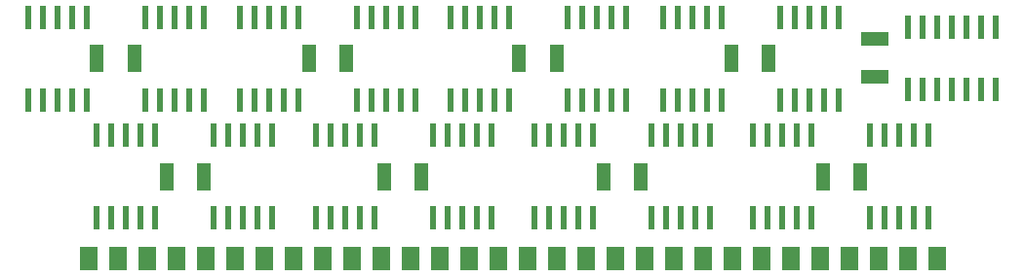
<source format=gbr>
%FSLAX34Y34*%
%MOMM*%
%LNSMDMASK_TOP*%
G71*
G01*
%ADD10R,0.600X2.000*%
%ADD11R,1.600X2.000*%
%ADD12R,1.200X2.400*%
%ADD13R,2.400X1.200*%
%LPD*%
X793353Y906072D02*
G54D10*
D03*
X806053Y906072D02*
G54D10*
D03*
X818753Y906072D02*
G54D10*
D03*
X831453Y906072D02*
G54D10*
D03*
X844153Y906072D02*
G54D10*
D03*
X856853Y906072D02*
G54D10*
D03*
X869553Y906072D02*
G54D10*
D03*
X869553Y960834D02*
G54D10*
D03*
X856853Y960834D02*
G54D10*
D03*
X844153Y960834D02*
G54D10*
D03*
X831453Y960834D02*
G54D10*
D03*
X818753Y960834D02*
G54D10*
D03*
X806053Y960834D02*
G54D10*
D03*
X793353Y960834D02*
G54D10*
D03*
X658416Y794775D02*
G54D10*
D03*
X671116Y794775D02*
G54D10*
D03*
X683816Y794775D02*
G54D10*
D03*
X696516Y794775D02*
G54D10*
D03*
X709216Y794775D02*
G54D10*
D03*
X760016Y794775D02*
G54D10*
D03*
X772716Y794775D02*
G54D10*
D03*
X785416Y794775D02*
G54D10*
D03*
X798116Y794775D02*
G54D10*
D03*
X810816Y794775D02*
G54D10*
D03*
X810816Y866775D02*
G54D10*
D03*
X798116Y866775D02*
G54D10*
D03*
X785416Y866775D02*
G54D10*
D03*
X772716Y866775D02*
G54D10*
D03*
X760016Y866775D02*
G54D10*
D03*
X709216Y866775D02*
G54D10*
D03*
X696516Y866775D02*
G54D10*
D03*
X683816Y866775D02*
G54D10*
D03*
X671116Y866775D02*
G54D10*
D03*
X658416Y866775D02*
G54D10*
D03*
X468709Y794775D02*
G54D10*
D03*
X481409Y794775D02*
G54D10*
D03*
X494109Y794775D02*
G54D10*
D03*
X506809Y794775D02*
G54D10*
D03*
X519509Y794775D02*
G54D10*
D03*
X570309Y794775D02*
G54D10*
D03*
X583009Y794775D02*
G54D10*
D03*
X595709Y794775D02*
G54D10*
D03*
X608409Y794775D02*
G54D10*
D03*
X621109Y794775D02*
G54D10*
D03*
X621109Y866775D02*
G54D10*
D03*
X608409Y866775D02*
G54D10*
D03*
X595709Y866775D02*
G54D10*
D03*
X583009Y866775D02*
G54D10*
D03*
X570309Y866775D02*
G54D10*
D03*
X519509Y866775D02*
G54D10*
D03*
X506809Y866775D02*
G54D10*
D03*
X494109Y866775D02*
G54D10*
D03*
X481409Y866775D02*
G54D10*
D03*
X468709Y866775D02*
G54D10*
D03*
X279003Y794775D02*
G54D10*
D03*
X291703Y794775D02*
G54D10*
D03*
X304403Y794775D02*
G54D10*
D03*
X317103Y794775D02*
G54D10*
D03*
X329803Y794775D02*
G54D10*
D03*
X380603Y794775D02*
G54D10*
D03*
X393303Y794775D02*
G54D10*
D03*
X406003Y794775D02*
G54D10*
D03*
X418703Y794775D02*
G54D10*
D03*
X431403Y794775D02*
G54D10*
D03*
X431403Y866775D02*
G54D10*
D03*
X418703Y866775D02*
G54D10*
D03*
X406003Y866775D02*
G54D10*
D03*
X393303Y866775D02*
G54D10*
D03*
X380603Y866775D02*
G54D10*
D03*
X329803Y866775D02*
G54D10*
D03*
X317103Y866775D02*
G54D10*
D03*
X304403Y866775D02*
G54D10*
D03*
X291703Y866775D02*
G54D10*
D03*
X279003Y866775D02*
G54D10*
D03*
X88503Y794775D02*
G54D10*
D03*
X101203Y794775D02*
G54D10*
D03*
X113903Y794775D02*
G54D10*
D03*
X126603Y794775D02*
G54D10*
D03*
X139303Y794775D02*
G54D10*
D03*
X190103Y794775D02*
G54D10*
D03*
X202803Y794775D02*
G54D10*
D03*
X215503Y794775D02*
G54D10*
D03*
X228203Y794775D02*
G54D10*
D03*
X240903Y794775D02*
G54D10*
D03*
X240903Y866775D02*
G54D10*
D03*
X228203Y866775D02*
G54D10*
D03*
X215503Y866775D02*
G54D10*
D03*
X202803Y866775D02*
G54D10*
D03*
X190103Y866775D02*
G54D10*
D03*
X139303Y866775D02*
G54D10*
D03*
X126603Y866775D02*
G54D10*
D03*
X113903Y866775D02*
G54D10*
D03*
X101203Y866775D02*
G54D10*
D03*
X88503Y866775D02*
G54D10*
D03*
X28972Y896772D02*
G54D10*
D03*
X41672Y896772D02*
G54D10*
D03*
X54372Y896772D02*
G54D10*
D03*
X67072Y896772D02*
G54D10*
D03*
X79772Y896772D02*
G54D10*
D03*
X130572Y896772D02*
G54D10*
D03*
X143272Y896772D02*
G54D10*
D03*
X155972Y896772D02*
G54D10*
D03*
X168672Y896772D02*
G54D10*
D03*
X181372Y896772D02*
G54D10*
D03*
X181372Y968772D02*
G54D10*
D03*
X168672Y968772D02*
G54D10*
D03*
X155972Y968772D02*
G54D10*
D03*
X143272Y968772D02*
G54D10*
D03*
X130572Y968772D02*
G54D10*
D03*
X79772Y968772D02*
G54D10*
D03*
X67072Y968772D02*
G54D10*
D03*
X54372Y968772D02*
G54D10*
D03*
X41672Y968772D02*
G54D10*
D03*
X28972Y968772D02*
G54D10*
D03*
X213122Y896772D02*
G54D10*
D03*
X225822Y896772D02*
G54D10*
D03*
X238522Y896772D02*
G54D10*
D03*
X251222Y896772D02*
G54D10*
D03*
X263922Y896772D02*
G54D10*
D03*
X314722Y896772D02*
G54D10*
D03*
X327422Y896772D02*
G54D10*
D03*
X340122Y896772D02*
G54D10*
D03*
X352822Y896772D02*
G54D10*
D03*
X365522Y896772D02*
G54D10*
D03*
X365522Y968772D02*
G54D10*
D03*
X352822Y968772D02*
G54D10*
D03*
X340122Y968772D02*
G54D10*
D03*
X327422Y968772D02*
G54D10*
D03*
X314722Y968772D02*
G54D10*
D03*
X263922Y968772D02*
G54D10*
D03*
X251222Y968772D02*
G54D10*
D03*
X238522Y968772D02*
G54D10*
D03*
X225822Y968772D02*
G54D10*
D03*
X213122Y968772D02*
G54D10*
D03*
X396081Y897169D02*
G54D10*
D03*
X408781Y897169D02*
G54D10*
D03*
X421481Y897169D02*
G54D10*
D03*
X434181Y897169D02*
G54D10*
D03*
X446881Y897169D02*
G54D10*
D03*
X497681Y897169D02*
G54D10*
D03*
X510381Y897169D02*
G54D10*
D03*
X523081Y897169D02*
G54D10*
D03*
X535781Y897169D02*
G54D10*
D03*
X548481Y897169D02*
G54D10*
D03*
X548481Y969169D02*
G54D10*
D03*
X535781Y969169D02*
G54D10*
D03*
X523081Y969169D02*
G54D10*
D03*
X510381Y969169D02*
G54D10*
D03*
X497681Y969169D02*
G54D10*
D03*
X446881Y969169D02*
G54D10*
D03*
X434181Y969169D02*
G54D10*
D03*
X421481Y969169D02*
G54D10*
D03*
X408781Y969169D02*
G54D10*
D03*
X396081Y969169D02*
G54D10*
D03*
X580231Y897169D02*
G54D10*
D03*
X592931Y897169D02*
G54D10*
D03*
X605631Y897169D02*
G54D10*
D03*
X618331Y897169D02*
G54D10*
D03*
X631031Y897169D02*
G54D10*
D03*
X681831Y897169D02*
G54D10*
D03*
X694531Y897169D02*
G54D10*
D03*
X707231Y897169D02*
G54D10*
D03*
X719931Y897169D02*
G54D10*
D03*
X732631Y897169D02*
G54D10*
D03*
X732631Y969169D02*
G54D10*
D03*
X719931Y969169D02*
G54D10*
D03*
X707231Y969169D02*
G54D10*
D03*
X694531Y969169D02*
G54D10*
D03*
X681831Y969169D02*
G54D10*
D03*
X631031Y969169D02*
G54D10*
D03*
X618331Y969169D02*
G54D10*
D03*
X605631Y969169D02*
G54D10*
D03*
X592931Y969169D02*
G54D10*
D03*
X580231Y969169D02*
G54D10*
D03*
X107553Y758825D02*
G54D11*
D03*
X82153Y758825D02*
G54D11*
D03*
X132953Y758825D02*
G54D11*
D03*
X158353Y758825D02*
G54D11*
D03*
X183753Y758825D02*
G54D11*
D03*
X209153Y758825D02*
G54D11*
D03*
X234553Y758825D02*
G54D11*
D03*
X259953Y758825D02*
G54D11*
D03*
X310753Y758825D02*
G54D11*
D03*
X285353Y758825D02*
G54D11*
D03*
X336153Y758825D02*
G54D11*
D03*
X361553Y758825D02*
G54D11*
D03*
X386953Y758825D02*
G54D11*
D03*
X412353Y758825D02*
G54D11*
D03*
X437753Y758825D02*
G54D11*
D03*
X463153Y758825D02*
G54D11*
D03*
X488553Y758825D02*
G54D11*
D03*
X513953Y758825D02*
G54D11*
D03*
X539353Y758825D02*
G54D11*
D03*
X564753Y758825D02*
G54D11*
D03*
X590153Y758825D02*
G54D11*
D03*
X615553Y758825D02*
G54D11*
D03*
X640953Y758825D02*
G54D11*
D03*
X691753Y758825D02*
G54D11*
D03*
X666353Y758825D02*
G54D11*
D03*
X717153Y758825D02*
G54D11*
D03*
X742553Y758825D02*
G54D11*
D03*
X767953Y758825D02*
G54D11*
D03*
X793353Y758825D02*
G54D11*
D03*
X818753Y758825D02*
G54D11*
D03*
X88900Y933450D02*
G54D12*
D03*
X121444Y933450D02*
G54D12*
D03*
X273050Y933450D02*
G54D12*
D03*
X305594Y933450D02*
G54D12*
D03*
X455612Y933450D02*
G54D12*
D03*
X488156Y933450D02*
G54D12*
D03*
X639762Y933450D02*
G54D12*
D03*
X672306Y933450D02*
G54D12*
D03*
X719138Y830262D02*
G54D12*
D03*
X751681Y830262D02*
G54D12*
D03*
X528638Y830262D02*
G54D12*
D03*
X561181Y830262D02*
G54D12*
D03*
X338138Y830262D02*
G54D12*
D03*
X370681Y830262D02*
G54D12*
D03*
X149225Y830262D02*
G54D12*
D03*
X181769Y830262D02*
G54D12*
D03*
X764381Y950119D02*
G54D13*
D03*
X764381Y917575D02*
G54D13*
D03*
M02*

</source>
